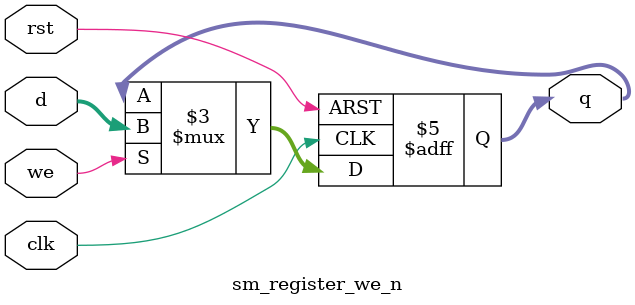
<source format=v>
/*
 * schoolRISCV - small RISC-V CPU 
 *
 * originally based on Sarah L. Harris MIPS CPU 
 *                   & schoolMIPS project
 * 
 * Copyright(c) 2017-2020 Stanislav Zhelnio 
 *                        Aleksandr Romanov 
 */ 

module sm_register // регистр с асинхронным сбросом
(
    input                 clk,
    input                 rst,
    input      [ 31 : 0 ] d,
    output reg [ 31 : 0 ] q
);
    always @ (posedge clk or negedge rst)
        if(~rst)
            q <= 32'b0;
        else
            q <= d;
endmodule


module sm_register_we // we - write enable 
(
    input                 clk,
    input                 rst,
    input                 we,
    input      [ 31 : 0 ] d,
    output reg [ 31 : 0 ] q
);
    always @ (posedge clk or negedge rst)
        if(~rst)
            q <= 32'b0;
        else
            if(we) q <= d;
endmodule

module sm_register_we_n // we - write enable 
(
    input                 clk,
    input                 rst,
    input                 we,
    input      [ 31 : 0 ] d,
    output reg [ 31 : 0 ] q
);
    always @ (negedge clk or negedge rst)
        if(~rst)
            q <= 32'b0;
        else
            if(we) q <= d;
endmodule

</source>
